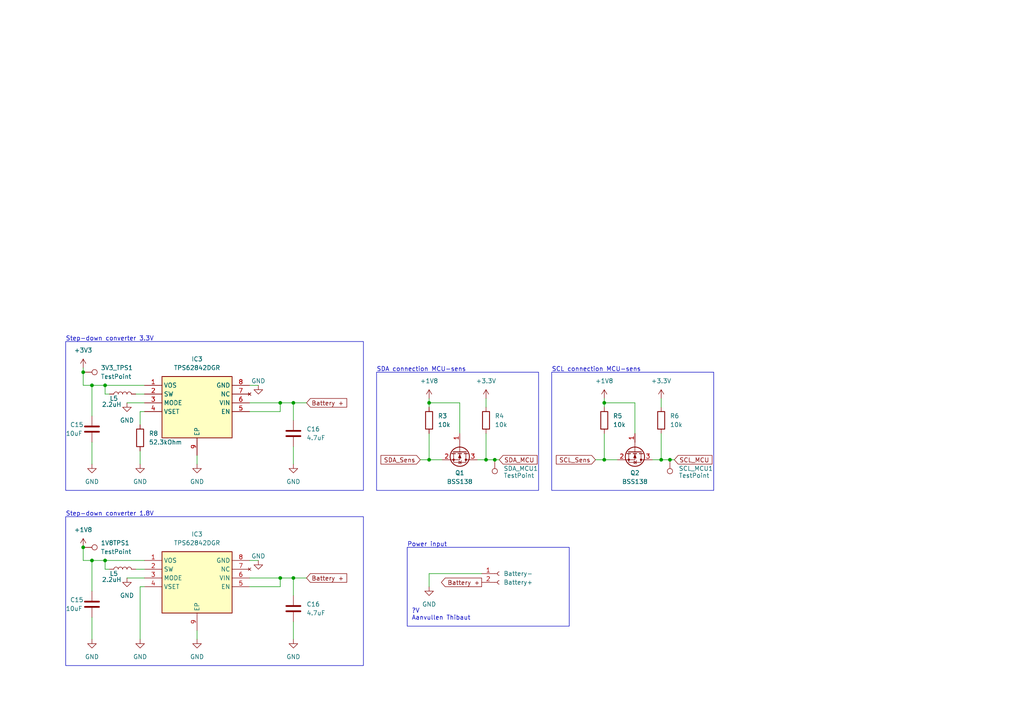
<source format=kicad_sch>
(kicad_sch (version 20230121) (generator eeschema)
  (paper "A4")
  (lib_symbols
    (symbol "Connector:Conn_01x02_Socket" (pin_names (offset 1.016) hide)
      (property "Reference" "J" (at 0 2.54 0))
      (property "Value" "Conn_01x02_Socket" (at 0 -5.08 0))
      (symbol "Conn_01x02_Socket_1_1"
        (arc (start 0 -2.032) (mid -0.5058 -2.54) (end 0 -3.048) (stroke (width 0.1524)))
        (polyline (pts (xy -1.27 -2.54) (xy -0.508 -2.54)) (stroke (width 0.1524)))
        (polyline (pts (xy -1.27 0) (xy -0.508 0)) (stroke (width 0.1524)))
        (arc (start 0 0.508) (mid -0.5058 0) (end 0 -0.508) (stroke (width 0.1524)))
        (pin passive line (at -5.08 0 0) (length 3.81) (name "Pin_1") (number "1"))
        (pin passive line (at -5.08 -2.54 0) (length 3.81) (name "Pin_2") (number "2"))
      )
    )
    (symbol "Connector:TestPoint" (pin_numbers hide) (pin_names (offset 0.762) hide)
      (property "Reference" "TP" (at 0 6.858 0))
      (property "Value" "TestPoint" (at 0 5.08 0))
      (symbol "TestPoint_0_1"
        (circle (center 0 3.302) (radius 0.762))
      )
      (symbol "TestPoint_1_1"
        (pin passive line (at 0 0 90) (length 2.54) (name "1") (number "1"))
      )
    )
    (symbol "Device:C" (pin_numbers hide) (pin_names (offset 0.254))
      (property "Reference" "C" (at 0.635 2.54 0))
      (property "Value" "C" (at 0.635 -2.54 0))
      (symbol "C_0_1"
        (polyline (pts (xy -2.032 -0.762) (xy 2.032 -0.762)) (stroke (width 0.508)))
        (polyline (pts (xy -2.032 0.762) (xy 2.032 0.762)) (stroke (width 0.508)))
      )
      (symbol "C_1_1"
        (pin passive line (at 0 3.81 270) (length 2.794) (name "~") (number "1"))
        (pin passive line (at 0 -3.81 90) (length 2.794) (name "~") (number "2"))
      )
    )
    (symbol "Device:L" (pin_numbers hide) (pin_names (offset 1.016) hide)
      (property "Reference" "L" (at -1.27 0 90))
      (property "Value" "L" (at 1.905 0 90))
      (symbol "L_0_1"
        (arc (start 0 -2.54) (mid 0.6323 -1.905) (end 0 -1.27))
        (arc (start 0 -1.27) (mid 0.6323 -0.635) (end 0 0))
        (arc (start 0 0) (mid 0.6323 0.635) (end 0 1.27))
        (arc (start 0 1.27) (mid 0.6323 1.905) (end 0 2.54))
      )
      (symbol "L_1_1"
        (pin passive line (at 0 3.81 270) (length 1.27) (name "1") (number "1"))
        (pin passive line (at 0 -3.81 90) (length 1.27) (name "2") (number "2"))
      )
    )
    (symbol "Device:R" (pin_numbers hide) (pin_names (offset 0))
      (property "Reference" "R" (at 2.032 0 90))
      (property "Value" "R" (at 0 0 90))
      (symbol "R_0_1"
        (rectangle (start -1.016 -2.54) (end 1.016 2.54) (stroke (width 0.254)))
      )
      (symbol "R_1_1"
        (pin passive line (at 0 3.81 270) (length 1.27) (name "~") (number "1"))
        (pin passive line (at 0 -3.81 90) (length 1.27) (name "~") (number "2"))
      )
    )
    (symbol "TPS62841DGRR:TPS62841DGRR"
      (property "Reference" "IC" (at 26.67 7.62 0))
      (property "Value" "TPS62841DGRR" (at 26.67 5.08 0))
      (symbol "TPS62841DGRR_1_1"
        (rectangle (start 5.08 2.54) (end 25.4 -15.24) (stroke (width 0.254)) (fill (type background)))
        (pin passive line (at 0 0 0) (length 5.08) (name "VOS") (number "1"))
        (pin passive line (at 0 -2.54 0) (length 5.08) (name "SW") (number "2"))
        (pin passive line (at 0 -5.08 0) (length 5.08) (name "MODE") (number "3"))
        (pin passive line (at 0 -7.62 0) (length 5.08) (name "VSET") (number "4"))
        (pin passive line (at 30.48 -7.62 180) (length 5.08) (name "EN") (number "5"))
        (pin passive line (at 30.48 -5.08 180) (length 5.08) (name "VIN") (number "6"))
        (pin no_connect line (at 30.48 -2.54 180) (length 5.08) (name "NC") (number "7"))
        (pin passive line (at 30.48 0 180) (length 5.08) (name "GND") (number "8"))
        (pin passive line (at 15.24 -20.32 90) (length 5.08) (name "EP") (number "9"))
      )
    )
    (symbol "Transistor_FET:BSS138" (pin_names hide)
      (property "Reference" "Q" (at 5.08 1.905 0))
      (property "Value" "BSS138" (at 5.08 0 0))
      (symbol "BSS138_0_1"
        (polyline (pts (xy 0.254 0) (xy -2.54 0)))
        (polyline (pts (xy 0.254 1.905) (xy 0.254 -1.905)) (stroke (width 0.254)))
        (polyline (pts (xy 0.762 -1.27) (xy 0.762 -2.286)) (stroke (width 0.254)))
        (polyline (pts (xy 0.762 0.508) (xy 0.762 -0.508)) (stroke (width 0.254)))
        (polyline (pts (xy 0.762 2.286) (xy 0.762 1.27)) (stroke (width 0.254)))
        (polyline (pts (xy 2.54 2.54) (xy 2.54 1.778)))
        (polyline (pts (xy 2.54 -2.54) (xy 2.54 0) (xy 0.762 0)))
        (polyline (pts (xy 0.762 -1.778) (xy 3.302 -1.778) (xy 3.302 1.778) (xy 0.762 1.778)))
        (polyline (pts (xy 1.016 0) (xy 2.032 0.381) (xy 2.032 -0.381) (xy 1.016 0)) (fill (type outline)))
        (polyline (pts (xy 2.794 0.508) (xy 2.921 0.381) (xy 3.683 0.381) (xy 3.81 0.254)))
        (polyline (pts (xy 3.302 0.381) (xy 2.921 -0.254) (xy 3.683 -0.254) (xy 3.302 0.381)))
        (circle (center 1.651 0) (radius 2.794) (stroke (width 0.254)))
        (circle (center 2.54 -1.778) (radius 0.254) (fill (type outline)))
        (circle (center 2.54 1.778) (radius 0.254) (fill (type outline)))
      )
      (symbol "BSS138_1_1"
        (pin input line (at -5.08 0 0) (length 2.54) (name "G") (number "1"))
        (pin passive line (at 2.54 -5.08 90) (length 2.54) (name "S") (number "2"))
        (pin passive line (at 2.54 5.08 270) (length 2.54) (name "D") (number "3"))
      )
    )
    (symbol "power:+1V8" (power) (pin_names (offset 0))
      (property "Value" "+1V8" (at 0 3.556 0))
      (symbol "+1V8_0_1"
        (polyline (pts (xy -0.762 1.27) (xy 0 2.54)))
        (polyline (pts (xy 0 0) (xy 0 2.54)))
        (polyline (pts (xy 0 2.54) (xy 0.762 1.27)))
      )
      (symbol "+1V8_1_1"
        (pin power_in line (at 0 0 90) (length 0) hide (name "+1V8") (number "1"))
      )
    )
    (symbol "power:+3.3V" (power) (pin_names (offset 0))
      (property "Value" "+3.3V" (at 0 3.556 0))
      (symbol "+3.3V_0_1"
        (polyline (pts (xy -0.762 1.27) (xy 0 2.54)))
        (polyline (pts (xy 0 0) (xy 0 2.54)))
        (polyline (pts (xy 0 2.54) (xy 0.762 1.27)))
      )
      (symbol "+3.3V_1_1"
        (pin power_in line (at 0 0 90) (length 0) hide (name "+3.3V") (number "1"))
      )
    )
    (symbol "power:+3V3" (power) (pin_names (offset 0))
      (property "Value" "+3V3" (at 0 5.08 0))
      (symbol "+3V3_0_1"
        (polyline (pts (xy -0.762 1.27) (xy 0 2.54)))
        (polyline (pts (xy 0 0) (xy 0 2.54)))
        (polyline (pts (xy 0 2.54) (xy 0.762 1.27)))
      )
      (symbol "+3V3_1_1"
        (pin power_out line (at 0 0 90) (length 0) hide (name "+3V3") (number "1"))
      )
    )
    (symbol "power:GND" (power) (pin_names (offset 0))
      (property "Value" "GND" (at 0 -3.81 0))
      (symbol "GND_0_1"
        (polyline (pts (xy 0 0) (xy 0 -1.27) (xy 1.27 -1.27) (xy 0 -2.54) (xy -1.27 -1.27) (xy 0 -1.27)))
      )
      (symbol "GND_1_1"
        (pin power_in line (at 0 0 270) (length 0) hide (name "GND") (number "1"))
      )
    )
  )
  (junction (at 30.48 111.76))
  (junction (at 191.77 133.35))
  (junction (at 124.46 116.84))
  (junction (at 26.67 111.76))
  (junction (at 175.26 133.35))
  (junction (at 30.48 162.56))
  (junction (at 124.46 133.35))
  (junction (at 24.13 158.75))
  (junction (at 175.26 116.84))
  (junction (at 26.67 162.56))
  (junction (at 81.28 167.64))
  (junction (at 85.09 167.64))
  (junction (at 81.28 116.84))
  (junction (at 143.51 133.35))
  (junction (at 194.31 133.35))
  (junction (at 85.09 116.84))
  (junction (at 24.13 107.95))
  (junction (at 140.97 133.35))
  (wire (pts (xy 81.28 119.38) (xy 81.28 116.84)))
  (wire (pts (xy 31.75 114.3) (xy 30.48 114.3)))
  (wire (pts (xy 40.64 170.18) (xy 40.64 185.42)))
  (wire (pts (xy 124.46 133.35) (xy 128.27 133.35)))
  (wire (pts (xy 72.39 111.76) (xy 74.93 111.76)))
  (wire (pts (xy 191.77 115.57) (xy 191.77 118.11)))
  (wire (pts (xy 175.26 116.84) (xy 175.26 118.11)))
  (wire (pts (xy 41.91 119.38) (xy 40.64 119.38)))
  (wire (pts (xy 81.28 116.84) (xy 85.09 116.84)))
  (wire (pts (xy 81.28 170.18) (xy 81.28 167.64)))
  (wire (pts (xy 26.67 128.27) (xy 26.67 134.62)))
  (wire (pts (xy 194.31 133.35) (xy 195.58 133.35)))
  (wire (pts (xy 40.64 119.38) (xy 40.64 123.19)))
  (wire (pts (xy 184.15 116.84) (xy 175.26 116.84)))
  (wire (pts (xy 30.48 114.3) (xy 30.48 111.76)))
  (wire (pts (xy 24.13 162.56) (xy 26.67 162.56)))
  (wire (pts (xy 36.83 116.84) (xy 41.91 116.84)))
  (wire (pts (xy 172.72 133.35) (xy 175.26 133.35)))
  (wire (pts (xy 133.35 125.73) (xy 133.35 116.84)))
  (wire (pts (xy 88.9 116.84) (xy 85.09 116.84)))
  (wire (pts (xy 72.39 119.38) (xy 81.28 119.38)))
  (wire (pts (xy 88.9 167.64) (xy 85.09 167.64)))
  (wire (pts (xy 85.09 116.84) (xy 85.09 121.92)))
  (wire (pts (xy 30.48 165.1) (xy 30.48 162.56)))
  (wire (pts (xy 24.13 111.76) (xy 26.67 111.76)))
  (wire (pts (xy 140.97 133.35) (xy 143.51 133.35)))
  (wire (pts (xy 175.26 133.35) (xy 179.07 133.35)))
  (wire (pts (xy 26.67 120.65) (xy 26.67 111.76)))
  (wire (pts (xy 189.23 133.35) (xy 191.77 133.35)))
  (wire (pts (xy 124.46 116.84) (xy 124.46 118.11)))
  (wire (pts (xy 26.67 111.76) (xy 30.48 111.76)))
  (wire (pts (xy 140.97 133.35) (xy 140.97 125.73)))
  (wire (pts (xy 26.67 171.45) (xy 26.67 162.56)))
  (wire (pts (xy 40.64 130.81) (xy 40.64 134.62)))
  (wire (pts (xy 39.37 165.1) (xy 41.91 165.1)))
  (wire (pts (xy 191.77 133.35) (xy 191.77 125.73)))
  (wire (pts (xy 140.97 115.57) (xy 140.97 118.11)))
  (wire (pts (xy 85.09 129.54) (xy 85.09 134.62)))
  (wire (pts (xy 133.35 116.84) (xy 124.46 116.84)))
  (wire (pts (xy 85.09 167.64) (xy 85.09 172.72)))
  (wire (pts (xy 121.92 133.35) (xy 124.46 133.35)))
  (wire (pts (xy 72.39 167.64) (xy 81.28 167.64)))
  (wire (pts (xy 36.83 167.64) (xy 41.91 167.64)))
  (wire (pts (xy 72.39 162.56) (xy 74.93 162.56)))
  (wire (pts (xy 81.28 167.64) (xy 85.09 167.64)))
  (wire (pts (xy 124.46 115.57) (xy 124.46 116.84)))
  (wire (pts (xy 26.67 162.56) (xy 30.48 162.56)))
  (wire (pts (xy 124.46 166.37) (xy 124.46 170.18)))
  (wire (pts (xy 31.75 165.1) (xy 30.48 165.1)))
  (wire (pts (xy 57.15 182.88) (xy 57.15 185.42)))
  (wire (pts (xy 24.13 158.75) (xy 24.13 162.56)))
  (wire (pts (xy 175.26 125.73) (xy 175.26 133.35)))
  (wire (pts (xy 57.15 132.08) (xy 57.15 134.62)))
  (wire (pts (xy 30.48 162.56) (xy 41.91 162.56)))
  (wire (pts (xy 39.37 114.3) (xy 41.91 114.3)))
  (wire (pts (xy 24.13 106.68) (xy 24.13 107.95)))
  (wire (pts (xy 184.15 125.73) (xy 184.15 116.84)))
  (wire (pts (xy 175.26 115.57) (xy 175.26 116.84)))
  (wire (pts (xy 138.43 133.35) (xy 140.97 133.35)))
  (wire (pts (xy 124.46 125.73) (xy 124.46 133.35)))
  (wire (pts (xy 191.77 133.35) (xy 194.31 133.35)))
  (wire (pts (xy 72.39 116.84) (xy 81.28 116.84)))
  (wire (pts (xy 41.91 170.18) (xy 40.64 170.18)))
  (wire (pts (xy 139.7 166.37) (xy 124.46 166.37)))
  (wire (pts (xy 30.48 111.76) (xy 41.91 111.76)))
  (wire (pts (xy 26.67 179.07) (xy 26.67 185.42)))
  (wire (pts (xy 143.51 133.35) (xy 144.78 133.35)))
  (wire (pts (xy 72.39 170.18) (xy 81.28 170.18)))
  (wire (pts (xy 85.09 180.34) (xy 85.09 185.42)))
  (wire (pts (xy 24.13 107.95) (xy 24.13 111.76)))
  (rectangle (start 19.05 149.86) (end 105.41 193.04))
  (rectangle (start 160.02 107.95) (end 207.01 142.24))
  (rectangle (start 19.05 99.06) (end 105.41 142.24))
  (rectangle (start 109.22 107.95) (end 156.21 142.24))
  (rectangle (start 118.11 158.75) (end 165.1 181.61))
  (text "Power input\n" (at 118.11 158.75 0) (effects (font (size 1.27 1.27)) (justify left bottom)))
  (text "?V\nAanvullen Thibaut\n\n\n" (at 119.38 184.15 0) (effects (font (size 1.27 1.27)) (justify left bottom)))
  (text "SDA connection MCU-sens" (at 109.22 107.95 0) (effects (font (size 1.27 1.27)) (justify left bottom)))
  (text "SCL connection MCU-sens" (at 160.02 107.95 0) (effects (font (size 1.27 1.27)) (justify left bottom)))
  (text "Step-down converter 1.8V\n" (at 19.05 149.86 0) (effects (font (size 1.27 1.27)) (justify left bottom)))
  (text "Step-down converter 3.3V\n" (at 19.05 99.06 0) (effects (font (size 1.27 1.27)) (justify left bottom)))
  (global_label "Battery +" (shape input) (at 88.9 116.84 0) (property "Intersheetrefs" "${INTERSHEET_REFS}" (effects hide)))
  (global_label "SCL_MCU" (shape input) (at 195.58 133.35 0) (property "Intersheetrefs" "${INTERSHEET_REFS}" (effects hide)))
  (global_label "Battery +" (shape output) (at 139.7 168.91 180) (property "Intersheetrefs" "${INTERSHEET_REFS}" (effects hide)))
  (global_label "SDA_Sens" (shape input) (at 121.92 133.35 180) (property "Intersheetrefs" "${INTERSHEET_REFS}" (effects hide)))
  (global_label "SCL_Sens" (shape input) (at 172.72 133.35 180) (property "Intersheetrefs" "${INTERSHEET_REFS}" (effects hide)))
  (global_label "Battery +" (shape input) (at 88.9 167.64 0) (property "Intersheetrefs" "${INTERSHEET_REFS}" (effects hide)))
  (global_label "SDA_MCU" (shape input) (at 144.78 133.35 0) (property "Intersheetrefs" "${INTERSHEET_REFS}" (effects hide)))
  (symbol (lib_id "power:GND") (at 36.83 167.64 0) (unit 1)
    (property "Reference" "#PWR032" (effects hide))
    (property "Value" "GND" (at 36.83 172.72 0))
    (instances (project "Driver_detector" (path "" (reference "#PWR032") (unit 1)) (path "" (reference "#PWR040") (unit 1))) (project "pcbIOT" (path "" (reference "#PWR05") (unit 1))))
  )
  (symbol (lib_id "Device:R") (at 191.77 121.92 0) (unit 1)
    (property "Reference" "R6" (at 194.31 120.65 0) (effects (justify left)))
    (property "Value" "10k" (at 194.31 123.19 0) (effects (justify left)))
    (property "Footprint" "Resistor_SMD:R_0805_2012Metric_Pad1.20x1.40mm_HandSolder" (effects hide))
  )
  (symbol (lib_id "Transistor_FET:BSS138") (at 133.35 130.81 270) (unit 1)
    (property "Reference" "Q1" (at 133.35 137.16 90))
    (property "Value" "BSS138" (at 133.35 139.7 90))
    (property "Footprint" "Package_TO_SOT_SMD:SOT-23" (effects hide))
    (property "Datasheet" "https://www.onsemi.com/pub/Collateral/BSS138-D.PDF" (effects hide))
  )
  (symbol (lib_id "Connector:Conn_01x02_Socket") (at 144.78 166.37 0) (unit 1)
    (property "Reference" "Battery-" (at 146.05 166.37 0) (effects (justify left)))
    (property "Value" "Battery+" (at 146.05 168.91 0) (effects (justify left)))
    (property "Footprint" "Battery:Battery_pad" (effects hide))
    (instances (project "Driver_detector" (path "" (reference "Battery-") (unit 1)) (path "" (reference "Battery-1") (unit 1))) (project "pcbIOT" (path "" (reference "J1") (unit 1))))
  )
  (symbol (lib_id "Device:R") (at 124.46 121.92 0) (unit 1)
    (property "Reference" "R3" (at 127 120.65 0) (effects (justify left)))
    (property "Value" "10k" (at 127 123.19 0) (effects (justify left)))
    (property "Footprint" "Resistor_SMD:R_0805_2012Metric_Pad1.20x1.40mm_HandSolder" (effects hide))
  )
  (symbol (lib_id "Connector:TestPoint") (at 194.31 133.35 180) (unit 1)
    (property "Reference" "SCL_MCU1" (at 196.85 135.89 0) (effects (justify right)))
    (property "Value" "TestPoint" (at 196.85 137.922 0) (effects (justify right)))
    (property "Footprint" "TestPoint:TestPoint_Pad_D1.5mm" (effects hide))
  )
  (symbol (lib_id "power:+1V8") (at 175.26 115.57 0) (unit 1)
    (property "Reference" "#PWR017" (effects hide))
    (property "Value" "+1V8" (at 175.26 110.49 0))
  )
  (symbol (lib_id "power:GND") (at 40.64 185.42 0) (unit 1)
    (property "Reference" "#PWR033" (effects hide))
    (property "Value" "GND" (at 40.64 190.5 0))
    (instances (project "Driver_detector" (path "" (reference "#PWR033") (unit 1)) (path "" (reference "#PWR041") (unit 1))) (project "pcbIOT" (path "" (reference "#PWR09") (unit 1))))
  )
  (symbol (lib_id "power:+1V8") (at 124.46 115.57 0) (unit 1)
    (property "Reference" "#PWR06" (effects hide))
    (property "Value" "+1V8" (at 124.46 110.49 0))
  )
  (symbol (lib_id "TPS62841DGRR:TPS62841DGRR") (at 41.91 111.76 0) (unit 1)
    (property "Reference" "IC3" (at 57.15 104.14 0))
    (property "Value" "TPS62842DGR" (at 57.15 106.68 0))
    (property "Footprint" "KiCad:SOP65P490X110-9N" (effects hide))
    (property "Datasheet" "https://www.ti.com/lit/ds/symlink/tps62840.pdf?ts=1616629326125&ref_url=https%253A%252F%252Fwww.ti.com%252Fproduct%252FTPS62840" (effects hide))
    (property "Height" "1.1" (effects hide))
    (property "Mouser Part Number" "595-TPS62841DGRR" (effects hide))
    (property "Mouser Price/Stock" "https://www.mouser.co.uk/ProductDetail/Texas-Instruments/TPS62841DGRR?qs=7MVldsJ5UaxD6apCWXKy1A%3D%3D" (effects hide))
    (property "Manufacturer_Name" "Texas Instruments" (effects hide))
    (property "Manufacturer_Part_Number" "TPS62841DGRR" (effects hide))
    (instances (project "Driver_detector" (path "" (reference "IC3") (unit 1)) (path "" (reference "IC3") (unit 1))) (project "pcbIOT" (path "" (reference "IC2") (unit 1))))
  )
  (symbol (lib_id "Device:L") (at 35.56 114.3 90) (unit 1)
    (property "Reference" "L5" (at 33.02 115.57 90))
    (property "Value" "2.2uH" (at 32.3868 117.3203 90))
    (property "Footprint" "Inductor_SMD:L_0805_2012Metric_Pad1.15x1.40mm_HandSolder" (effects hide))
    (instances (project "Driver_detector" (path "" (reference "L5") (unit 1)) (path "" (reference "L5") (unit 1))) (project "pcbIOT" (path "" (reference "L1") (unit 1))))
  )
  (symbol (lib_id "power:+3.3V") (at 140.97 115.57 0) (unit 1)
    (property "Reference" "#PWR016" (effects hide))
    (property "Value" "+3.3V" (at 140.97 110.49 0))
  )
  (symbol (lib_id "Transistor_FET:BSS138") (at 184.15 130.81 270) (unit 1)
    (property "Reference" "Q2" (at 184.15 137.16 90))
    (property "Value" "BSS138" (at 184.15 139.7 90))
    (property "Footprint" "Package_TO_SOT_SMD:SOT-23" (effects hide))
    (property "Datasheet" "https://www.onsemi.com/pub/Collateral/BSS138-D.PDF" (effects hide))
  )
  (symbol (lib_id "power:GND") (at 57.15 185.42 0) (unit 1)
    (property "Reference" "#PWR034" (effects hide))
    (property "Value" "GND" (at 57.15 190.5 0))
    (instances (project "Driver_detector" (path "" (reference "#PWR034") (unit 1)) (path "" (reference "#PWR042") (unit 1))) (project "pcbIOT" (path "" (reference "#PWR03") (unit 1))))
  )
  (symbol (lib_id "Device:C") (at 85.09 125.73 0) (unit 1)
    (property "Reference" "C16" (at 88.9 124.46 0) (effects (justify left)))
    (property "Value" "4.7uF" (at 88.9 127 0) (effects (justify left)))
    (property "Footprint" "Capacitor_SMD:C_0805_2012Metric_Pad1.18x1.45mm_HandSolder" (effects hide))
    (instances (project "Driver_detector" (path "" (reference "C16") (unit 1)) (path "" (reference "C16") (unit 1))) (project "pcbIOT" (path "" (reference "C1") (unit 1))))
  )
  (symbol (lib_id "power:GND") (at 57.15 134.62 0) (unit 1)
    (property "Reference" "#PWR034" (effects hide))
    (property "Value" "GND" (at 57.15 139.7 0))
    (instances (project "Driver_detector" (path "" (reference "#PWR034") (unit 1)) (path "" (reference "#PWR034") (unit 1))) (project "pcbIOT" (path "" (reference "#PWR03") (unit 1))))
  )
  (symbol (lib_id "power:GND") (at 40.64 134.62 0) (unit 1)
    (property "Reference" "#PWR033" (effects hide))
    (property "Value" "GND" (at 40.64 139.7 0))
    (instances (project "Driver_detector" (path "" (reference "#PWR033") (unit 1)) (path "" (reference "#PWR033") (unit 1))) (project "pcbIOT" (path "" (reference "#PWR09") (unit 1))))
  )
  (symbol (lib_id "Device:C") (at 85.09 176.53 0) (unit 1)
    (property "Reference" "C16" (at 88.9 175.26 0) (effects (justify left)))
    (property "Value" "4.7uF" (at 88.9 177.8 0) (effects (justify left)))
    (property "Footprint" "Capacitor_SMD:C_0805_2012Metric_Pad1.18x1.45mm_HandSolder" (effects hide))
    (instances (project "Driver_detector" (path "" (reference "C16") (unit 1)) (path "" (reference "C18") (unit 1))) (project "pcbIOT" (path "" (reference "C1") (unit 1))))
  )
  (symbol (lib_id "TPS62841DGRR:TPS62841DGRR") (at 41.91 162.56 0) (unit 1)
    (property "Reference" "IC3" (at 57.15 154.94 0))
    (property "Value" "TPS62842DGR" (at 57.15 157.48 0))
    (property "Footprint" "KiCad:SOP65P490X110-9N" (effects hide))
    (property "Datasheet" "https://www.ti.com/lit/ds/symlink/tps62840.pdf?ts=1616629326125&ref_url=https%253A%252F%252Fwww.ti.com%252Fproduct%252FTPS62840" (effects hide))
    (property "Height" "1.1" (effects hide))
    (property "Mouser Part Number" "595-TPS62841DGRR" (effects hide))
    (property "Mouser Price/Stock" "https://www.mouser.co.uk/ProductDetail/Texas-Instruments/TPS62841DGRR?qs=7MVldsJ5UaxD6apCWXKy1A%3D%3D" (effects hide))
    (property "Manufacturer_Name" "Texas Instruments" (effects hide))
    (property "Manufacturer_Part_Number" "TPS62841DGRR" (effects hide))
    (instances (project "Driver_detector" (path "" (reference "IC3") (unit 1)) (path "" (reference "IC4") (unit 1))) (project "pcbIOT" (path "" (reference "IC2") (unit 1))))
  )
  (symbol (lib_id "power:GND") (at 74.93 162.56 0) (unit 1)
    (property "Reference" "#PWR035" (effects hide))
    (property "Value" "GND" (at 74.93 161.29 0))
    (instances (project "Driver_detector" (path "" (reference "#PWR035") (unit 1)) (path "" (reference "#PWR043") (unit 1))) (project "pcbIOT" (path "" (reference "#PWR04") (unit 1))))
  )
  (symbol (lib_id "Device:R") (at 40.64 127 0) (unit 1)
    (property "Reference" "R8" (at 43.18 125.73 0) (effects (justify left)))
    (property "Value" "52.3kOhm" (at 43.18 128.27 0) (effects (justify left)))
    (property "Footprint" "Resistor_SMD:R_0805_2012Metric_Pad1.20x1.40mm_HandSolder" (effects hide))
    (instances (project "Driver_detector" (path "" (reference "R8") (unit 1)) (path "" (reference "R8") (unit 1))) (project "pcbIOT" (path "" (reference "R1") (unit 1))))
  )
  (symbol (lib_id "Connector:TestPoint") (at 143.51 133.35 180) (unit 1)
    (property "Reference" "SDA_MCU1" (at 146.05 135.89 0) (effects (justify right)))
    (property "Value" "TestPoint" (at 146.05 137.922 0) (effects (justify right)))
    (property "Footprint" "TestPoint:TestPoint_Pad_D1.5mm" (effects hide))
  )
  (symbol (lib_id "Connector:TestPoint") (at 24.13 107.95 270) (unit 1)
    (property "Reference" "3V3_TPS1" (at 29.21 106.68 90) (effects (justify left)))
    (property "Value" "TestPoint" (at 29.21 109.22 90) (effects (justify left)))
    (property "Footprint" "TestPoint:TestPoint_Pad_D1.5mm" (effects hide))
  )
  (symbol (lib_id "Device:C") (at 26.67 124.46 0) (unit 1)
    (property "Reference" "C15" (at 20.32 123.19 0) (effects (justify left)))
    (property "Value" "10uF" (at 19.05 125.73 0) (effects (justify left)))
    (property "Footprint" "Capacitor_SMD:C_0805_2012Metric_Pad1.18x1.45mm_HandSolder" (effects hide))
    (instances (project "Driver_detector" (path "" (reference "C15") (unit 1)) (path "" (reference "C15") (unit 1))) (project "pcbIOT" (path "" (reference "C2") (unit 1))))
  )
  (symbol (lib_id "power:GND") (at 85.09 185.42 0) (unit 1)
    (property "Reference" "#PWR037" (effects hide))
    (property "Value" "GND" (at 85.09 190.5 0))
    (instances (project "Driver_detector" (path "" (reference "#PWR037") (unit 1)) (path "" (reference "#PWR045") (unit 1))) (project "pcbIOT" (path "" (reference "#PWR07") (unit 1))))
  )
  (symbol (lib_id "Device:L") (at 35.56 165.1 90) (unit 1)
    (property "Reference" "L5" (at 33.02 166.37 90))
    (property "Value" "2.2uH" (at 32.3868 168.1203 90))
    (property "Footprint" "Inductor_SMD:L_0805_2012Metric_Pad1.15x1.40mm_HandSolder" (effects hide))
    (instances (project "Driver_detector" (path "" (reference "L5") (unit 1)) (path "" (reference "L6") (unit 1))) (project "pcbIOT" (path "" (reference "L1") (unit 1))))
  )
  (symbol (lib_id "power:GND") (at 124.46 170.18 0) (unit 1)
    (property "Reference" "#PWR036" (effects hide))
    (property "Value" "GND" (at 124.46 175.26 0))
  )
  (symbol (lib_id "power:GND") (at 26.67 185.42 0) (unit 1)
    (property "Reference" "#PWR08" (effects hide))
    (property "Value" "GND" (at 26.67 190.5 0))
    (instances (project "Driver_detector" (path "" (reference "#PWR08") (unit 1)) (path "" (reference "#PWR039") (unit 1))) (project "pcbIOT" (path "" (reference "#PWR08") (unit 1))))
  )
  (symbol (lib_id "Connector:TestPoint") (at 24.13 158.75 270) (unit 1)
    (property "Reference" "1V8TPS1" (at 29.21 157.48 90) (effects (justify left)))
    (property "Value" "TestPoint" (at 29.21 160.02 90) (effects (justify left)))
    (property "Footprint" "TestPoint:TestPoint_Pad_D1.5mm" (effects hide))
  )
  (symbol (lib_id "power:+3.3V") (at 191.77 115.57 0) (unit 1)
    (property "Reference" "#PWR018" (effects hide))
    (property "Value" "+3.3V" (at 191.77 110.49 0))
  )
  (symbol (lib_id "power:GND") (at 26.67 134.62 0) (unit 1)
    (property "Reference" "#PWR08" (effects hide))
    (property "Value" "GND" (at 26.67 139.7 0))
  )
  (symbol (lib_id "power:GND") (at 74.93 111.76 0) (unit 1)
    (property "Reference" "#PWR035" (effects hide))
    (property "Value" "GND" (at 74.93 110.49 0))
    (instances (project "Driver_detector" (path "" (reference "#PWR035") (unit 1)) (path "" (reference "#PWR035") (unit 1))) (project "pcbIOT" (path "" (reference "#PWR04") (unit 1))))
  )
  (symbol (lib_id "power:GND") (at 36.83 116.84 0) (unit 1)
    (property "Reference" "#PWR032" (effects hide))
    (property "Value" "GND" (at 36.83 121.92 0))
    (instances (project "Driver_detector" (path "" (reference "#PWR032") (unit 1)) (path "" (reference "#PWR032") (unit 1))) (project "pcbIOT" (path "" (reference "#PWR05") (unit 1))))
  )
  (symbol (lib_id "power:+3V3") (at 24.13 106.68 0) (unit 1)
    (property "Reference" "#PWR02" (effects hide))
    (property "Value" "+3V3" (at 24.13 101.6 0))
  )
  (symbol (lib_id "Device:R") (at 140.97 121.92 0) (unit 1)
    (property "Reference" "R4" (at 143.51 120.65 0) (effects (justify left)))
    (property "Value" "10k" (at 143.51 123.19 0) (effects (justify left)))
    (property "Footprint" "Resistor_SMD:R_0805_2012Metric_Pad1.20x1.40mm_HandSolder" (effects hide))
  )
  (symbol (lib_id "Device:C") (at 26.67 175.26 0) (unit 1)
    (property "Reference" "C15" (at 20.32 173.99 0) (effects (justify left)))
    (property "Value" "10uF" (at 19.05 176.53 0) (effects (justify left)))
    (property "Footprint" "Capacitor_SMD:C_0805_2012Metric_Pad1.18x1.45mm_HandSolder" (effects hide))
    (instances (project "Driver_detector" (path "" (reference "C15") (unit 1)) (path "" (reference "C17") (unit 1))) (project "pcbIOT" (path "" (reference "C2") (unit 1))))
  )
  (symbol (lib_id "power:+1V8") (at 24.13 158.75 0) (unit 1)
    (property "Reference" "#PWR038" (effects hide))
    (property "Value" "+1V8" (at 24.13 153.67 0))
  )
  (symbol (lib_id "power:GND") (at 85.09 134.62 0) (unit 1)
    (property "Reference" "#PWR037" (effects hide))
    (property "Value" "GND" (at 85.09 139.7 0))
    (instances (project "Driver_detector" (path "" (reference "#PWR037") (unit 1)) (path "" (reference "#PWR037") (unit 1))) (project "pcbIOT" (path "" (reference "#PWR07") (unit 1))))
  )
  (symbol (lib_id "Device:R") (at 175.26 121.92 0) (unit 1)
    (property "Reference" "R5" (at 177.8 120.65 0) (effects (justify left)))
    (property "Value" "10k" (at 177.8 123.19 0) (effects (justify left)))
    (property "Footprint" "Resistor_SMD:R_0805_2012Metric_Pad1.20x1.40mm_HandSolder" (effects hide))
  )
)
</source>
